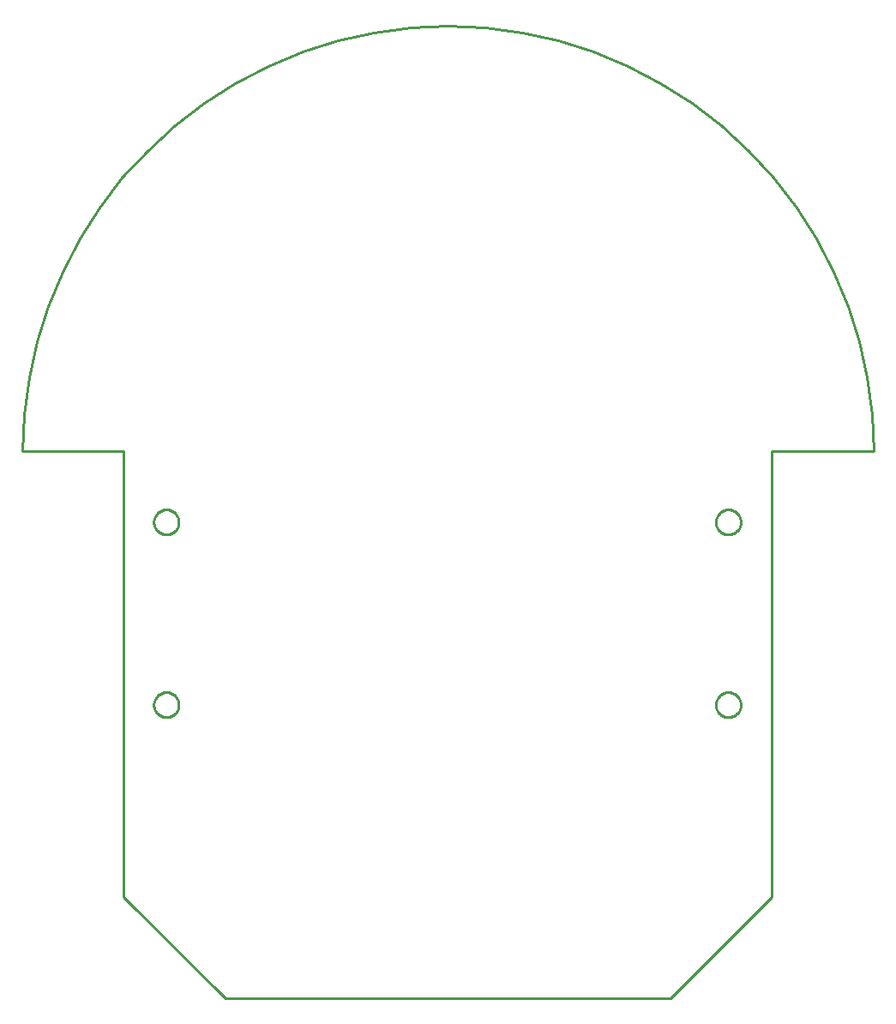
<source format=gbr>
G04 EAGLE Gerber RS-274X export*
G75*
%MOMM*%
%FSLAX34Y34*%
%LPD*%
%IN*%
%IPPOS*%
%AMOC8*
5,1,8,0,0,1.08239X$1,22.5*%
G01*
%ADD10C,0.254000*%


D10*
X-267600Y401300D02*
X-167600Y401300D01*
X-167600Y-38700D01*
X-67600Y-138700D01*
X372400Y-138700D01*
X472400Y-38700D01*
X472400Y401300D01*
X572400Y401300D01*
X570802Y437905D01*
X566019Y474232D01*
X558089Y510004D01*
X547071Y544948D01*
X533049Y578800D01*
X516131Y611300D01*
X496444Y642202D01*
X474139Y671271D01*
X449385Y698285D01*
X422371Y723039D01*
X393302Y745344D01*
X362400Y765031D01*
X329900Y781949D01*
X296048Y795971D01*
X261104Y806989D01*
X225332Y814919D01*
X189005Y819702D01*
X152400Y821300D01*
X115795Y819702D01*
X79468Y814919D01*
X43696Y806989D01*
X8752Y795971D01*
X-25100Y781949D01*
X-57600Y765031D01*
X-88502Y745344D01*
X-117571Y723039D01*
X-144585Y698285D01*
X-169339Y671271D01*
X-191644Y642202D01*
X-211331Y611300D01*
X-228249Y578800D01*
X-242271Y544948D01*
X-253289Y510004D01*
X-261219Y474232D01*
X-266002Y437905D01*
X-267600Y401300D01*
X-113411Y330986D02*
X-113487Y330021D01*
X-113638Y329065D01*
X-113864Y328124D01*
X-114164Y327203D01*
X-114534Y326309D01*
X-114973Y325446D01*
X-115479Y324621D01*
X-116048Y323838D01*
X-116677Y323101D01*
X-117361Y322417D01*
X-118098Y321788D01*
X-118881Y321219D01*
X-119706Y320713D01*
X-120569Y320274D01*
X-121463Y319904D01*
X-122384Y319604D01*
X-123325Y319378D01*
X-124281Y319227D01*
X-125246Y319151D01*
X-126214Y319151D01*
X-127179Y319227D01*
X-128135Y319378D01*
X-129076Y319604D01*
X-129997Y319904D01*
X-130891Y320274D01*
X-131754Y320713D01*
X-132579Y321219D01*
X-133363Y321788D01*
X-134099Y322417D01*
X-134783Y323101D01*
X-135412Y323838D01*
X-135981Y324621D01*
X-136487Y325446D01*
X-136926Y326309D01*
X-137297Y327203D01*
X-137596Y328124D01*
X-137822Y329065D01*
X-137973Y330021D01*
X-138049Y330986D01*
X-138049Y331954D01*
X-137973Y332919D01*
X-137822Y333875D01*
X-137596Y334816D01*
X-137297Y335737D01*
X-136926Y336631D01*
X-136487Y337494D01*
X-135981Y338319D01*
X-135412Y339103D01*
X-134783Y339839D01*
X-134099Y340523D01*
X-133363Y341152D01*
X-132579Y341721D01*
X-131754Y342227D01*
X-130891Y342666D01*
X-129997Y343037D01*
X-129076Y343336D01*
X-128135Y343562D01*
X-127179Y343713D01*
X-126214Y343789D01*
X-125246Y343789D01*
X-124281Y343713D01*
X-123325Y343562D01*
X-122384Y343336D01*
X-121463Y343037D01*
X-120569Y342666D01*
X-119706Y342227D01*
X-118881Y341721D01*
X-118098Y341152D01*
X-117361Y340523D01*
X-116677Y339839D01*
X-116048Y339103D01*
X-115479Y338319D01*
X-114973Y337494D01*
X-114534Y336631D01*
X-114164Y335737D01*
X-113864Y334816D01*
X-113638Y333875D01*
X-113487Y332919D01*
X-113411Y331954D01*
X-113411Y330986D01*
X-113411Y150646D02*
X-113487Y149681D01*
X-113638Y148725D01*
X-113864Y147784D01*
X-114164Y146863D01*
X-114534Y145969D01*
X-114973Y145106D01*
X-115479Y144281D01*
X-116048Y143498D01*
X-116677Y142761D01*
X-117361Y142077D01*
X-118098Y141448D01*
X-118881Y140879D01*
X-119706Y140373D01*
X-120569Y139934D01*
X-121463Y139564D01*
X-122384Y139264D01*
X-123325Y139038D01*
X-124281Y138887D01*
X-125246Y138811D01*
X-126214Y138811D01*
X-127179Y138887D01*
X-128135Y139038D01*
X-129076Y139264D01*
X-129997Y139564D01*
X-130891Y139934D01*
X-131754Y140373D01*
X-132579Y140879D01*
X-133363Y141448D01*
X-134099Y142077D01*
X-134783Y142761D01*
X-135412Y143498D01*
X-135981Y144281D01*
X-136487Y145106D01*
X-136926Y145969D01*
X-137297Y146863D01*
X-137596Y147784D01*
X-137822Y148725D01*
X-137973Y149681D01*
X-138049Y150646D01*
X-138049Y151614D01*
X-137973Y152579D01*
X-137822Y153535D01*
X-137596Y154476D01*
X-137297Y155397D01*
X-136926Y156291D01*
X-136487Y157154D01*
X-135981Y157979D01*
X-135412Y158763D01*
X-134783Y159499D01*
X-134099Y160183D01*
X-133363Y160812D01*
X-132579Y161381D01*
X-131754Y161887D01*
X-130891Y162326D01*
X-129997Y162697D01*
X-129076Y162996D01*
X-128135Y163222D01*
X-127179Y163373D01*
X-126214Y163449D01*
X-125246Y163449D01*
X-124281Y163373D01*
X-123325Y163222D01*
X-122384Y162996D01*
X-121463Y162697D01*
X-120569Y162326D01*
X-119706Y161887D01*
X-118881Y161381D01*
X-118098Y160812D01*
X-117361Y160183D01*
X-116677Y159499D01*
X-116048Y158763D01*
X-115479Y157979D01*
X-114973Y157154D01*
X-114534Y156291D01*
X-114164Y155397D01*
X-113864Y154476D01*
X-113638Y153535D01*
X-113487Y152579D01*
X-113411Y151614D01*
X-113411Y150646D01*
X441579Y330986D02*
X441503Y330021D01*
X441352Y329065D01*
X441126Y328124D01*
X440827Y327203D01*
X440456Y326309D01*
X440017Y325446D01*
X439511Y324621D01*
X438942Y323838D01*
X438313Y323101D01*
X437629Y322417D01*
X436893Y321788D01*
X436109Y321219D01*
X435284Y320713D01*
X434421Y320274D01*
X433527Y319904D01*
X432606Y319604D01*
X431665Y319378D01*
X430709Y319227D01*
X429744Y319151D01*
X428776Y319151D01*
X427811Y319227D01*
X426855Y319378D01*
X425914Y319604D01*
X424993Y319904D01*
X424099Y320274D01*
X423236Y320713D01*
X422411Y321219D01*
X421628Y321788D01*
X420891Y322417D01*
X420207Y323101D01*
X419578Y323838D01*
X419009Y324621D01*
X418503Y325446D01*
X418064Y326309D01*
X417694Y327203D01*
X417394Y328124D01*
X417168Y329065D01*
X417017Y330021D01*
X416941Y330986D01*
X416941Y331954D01*
X417017Y332919D01*
X417168Y333875D01*
X417394Y334816D01*
X417694Y335737D01*
X418064Y336631D01*
X418503Y337494D01*
X419009Y338319D01*
X419578Y339103D01*
X420207Y339839D01*
X420891Y340523D01*
X421628Y341152D01*
X422411Y341721D01*
X423236Y342227D01*
X424099Y342666D01*
X424993Y343037D01*
X425914Y343336D01*
X426855Y343562D01*
X427811Y343713D01*
X428776Y343789D01*
X429744Y343789D01*
X430709Y343713D01*
X431665Y343562D01*
X432606Y343336D01*
X433527Y343037D01*
X434421Y342666D01*
X435284Y342227D01*
X436109Y341721D01*
X436893Y341152D01*
X437629Y340523D01*
X438313Y339839D01*
X438942Y339103D01*
X439511Y338319D01*
X440017Y337494D01*
X440456Y336631D01*
X440827Y335737D01*
X441126Y334816D01*
X441352Y333875D01*
X441503Y332919D01*
X441579Y331954D01*
X441579Y330986D01*
X441579Y150646D02*
X441503Y149681D01*
X441352Y148725D01*
X441126Y147784D01*
X440827Y146863D01*
X440456Y145969D01*
X440017Y145106D01*
X439511Y144281D01*
X438942Y143498D01*
X438313Y142761D01*
X437629Y142077D01*
X436893Y141448D01*
X436109Y140879D01*
X435284Y140373D01*
X434421Y139934D01*
X433527Y139564D01*
X432606Y139264D01*
X431665Y139038D01*
X430709Y138887D01*
X429744Y138811D01*
X428776Y138811D01*
X427811Y138887D01*
X426855Y139038D01*
X425914Y139264D01*
X424993Y139564D01*
X424099Y139934D01*
X423236Y140373D01*
X422411Y140879D01*
X421628Y141448D01*
X420891Y142077D01*
X420207Y142761D01*
X419578Y143498D01*
X419009Y144281D01*
X418503Y145106D01*
X418064Y145969D01*
X417694Y146863D01*
X417394Y147784D01*
X417168Y148725D01*
X417017Y149681D01*
X416941Y150646D01*
X416941Y151614D01*
X417017Y152579D01*
X417168Y153535D01*
X417394Y154476D01*
X417694Y155397D01*
X418064Y156291D01*
X418503Y157154D01*
X419009Y157979D01*
X419578Y158763D01*
X420207Y159499D01*
X420891Y160183D01*
X421628Y160812D01*
X422411Y161381D01*
X423236Y161887D01*
X424099Y162326D01*
X424993Y162697D01*
X425914Y162996D01*
X426855Y163222D01*
X427811Y163373D01*
X428776Y163449D01*
X429744Y163449D01*
X430709Y163373D01*
X431665Y163222D01*
X432606Y162996D01*
X433527Y162697D01*
X434421Y162326D01*
X435284Y161887D01*
X436109Y161381D01*
X436893Y160812D01*
X437629Y160183D01*
X438313Y159499D01*
X438942Y158763D01*
X439511Y157979D01*
X440017Y157154D01*
X440456Y156291D01*
X440827Y155397D01*
X441126Y154476D01*
X441352Y153535D01*
X441503Y152579D01*
X441579Y151614D01*
X441579Y150646D01*
M02*

</source>
